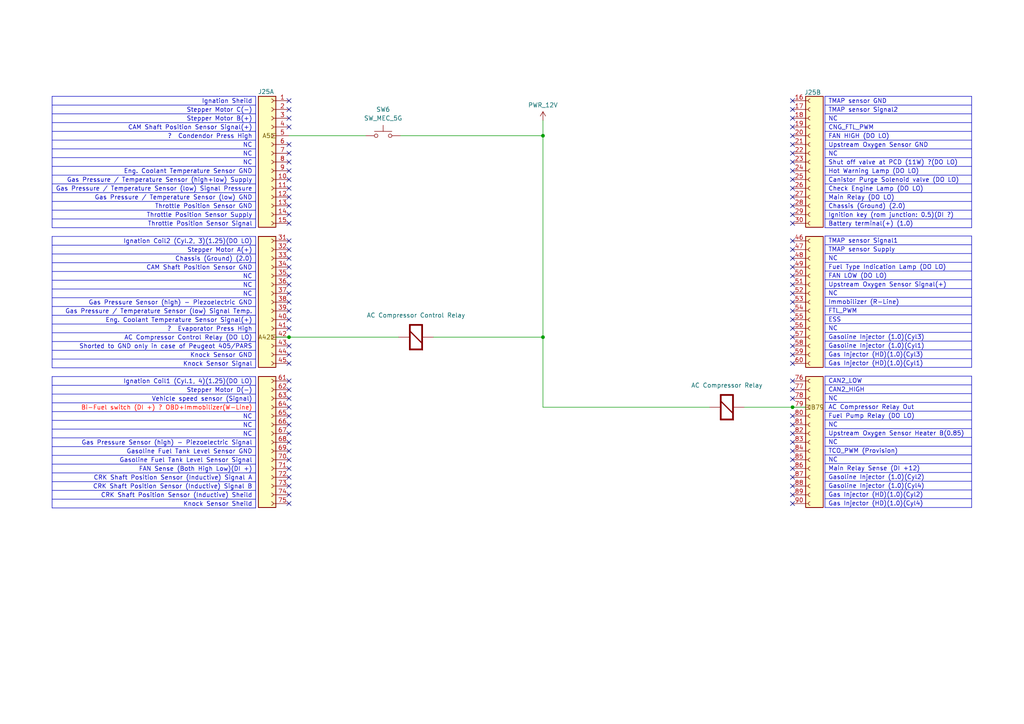
<source format=kicad_sch>
(kicad_sch (version 20250114) (generator "eeschema") (generator_version "9.0")
  (paper "A4")
  (lib_symbols
    (symbol "Elektuur_1:Re" (pin_numbers (hide yes)) (pin_names (offset 0) (hide yes))
      (property "Reference" "Re" (at 0.635 3.175 0))
      (property "Value" "Re" (at 0.635 -3.175 0))
      (symbol "Re_1_0"
        (pin passive line (at 0 5.08 270) (length 3.175) (name "+") (number "1"))
        (pin passive line (at 0 -5.08 90) (length 3.175) (name "-") (number "2"))
      )
      (symbol "Re_1_1"
        (polyline (pts (xy -3.683 -1.905) (xy 3.683 -1.905) (xy 3.683 1.905) (xy -3.683 1.905) (xy -3.683 -1.905) (xy -3.429 -1.651) (xy -3.429 1.651) (xy 3.429 1.651) (xy 3.429 -1.651) (xy -3.429 -1.651) (xy -3.683 -1.905)) (stroke (width 0.254)) (fill (type outline)))
        (polyline (pts (xy -1.778 -1.778) (xy 1.778 1.778)) (stroke (width 0.3556)))
      )
      (symbol "Re_1_2"
        (polyline (pts (xy -3.683 -1.905) (xy 3.683 -1.905) (xy 3.683 1.905) (xy -3.683 1.905) (xy -3.683 -1.905) (xy -3.429 -1.651) (xy -3.429 1.651) (xy 3.429 1.651) (xy 3.429 -1.651) (xy -3.429 -1.651) (xy -3.683 -1.905)) (stroke (width 0.254)) (fill (type outline)))
      )
    )
    (symbol "Switch:SW_MEC_5G" (pin_numbers (hide yes)) (pin_names (offset 1.016) (hide yes))
      (property "Reference" "SW" (at 1.27 2.54 0))
      (property "Value" "SW_MEC_5G" (at 0 -1.524 0))
      (symbol "SW_MEC_5G_0_1"
        (circle (center -2.032 0) (radius 0.508))
        (polyline (pts (xy 0 1.27) (xy 0 3.048)))
        (circle (center 2.032 0) (radius 0.508))
        (polyline (pts (xy 2.54 1.27) (xy -2.54 1.27)))
        (pin passive line (at -5.08 0 0) (length 2.54) (name "A") (number "1"))
        (pin passive line (at 5.08 0 180) (length 2.54) (name "B") (number "3"))
      )
      (symbol "SW_MEC_5G_1_1"
        (pin passive line (at -5.08 0 0) (length 2.54) (hide yes) (name "A") (number "2"))
        (pin passive line (at 5.08 0 180) (length 2.54) (hide yes) (name "B") (number "4"))
      )
    )
    (symbol "fab:PWR_12V" (power) (pin_names (offset 0))
      (property "Value" "PWR_12V" (at 0 3.556 0))
      (symbol "PWR_12V_0_1"
        (polyline (pts (xy -0.762 1.27) (xy 0 2.54)))
        (polyline (pts (xy 0 2.54) (xy 0.762 1.27)))
        (polyline (pts (xy 0 0) (xy 0 2.54)))
      )
      (symbol "PWR_12V_1_1"
        (pin power_in line (at 0 0 90) (length 0) (hide yes) (name "PWR_12V") (number "1"))
      )
    )
    (symbol "sicma_socket:Conn_01x90_3Row_Socket" (pin_names (offset 1.016) (hide yes))
      (property "Reference" "J" (at 1.524 60.833 0))
      (property "Value" "Conn_01x90_3Row_Socket" (at 1.397 -61.214 0))
      (symbol "Conn_01x90_3Row_Socket_1_1"
        (rectangle (start -0.508 59.69) (end 4.572 21.717) (stroke (width 0.254)) (fill (type background)))
        (polyline (pts (xy -0.508 58.42) (xy 0.254 58.42)) (stroke (width 0.1524)))
        (polyline (pts (xy -0.508 55.88) (xy 0.254 55.88)) (stroke (width 0.1524)))
        (polyline (pts (xy -0.508 53.34) (xy 0.254 53.34)) (stroke (width 0.1524)))
        (polyline (pts (xy -0.508 50.8) (xy 0.254 50.8)) (stroke (width 0.1524)))
        (polyline (pts (xy -0.508 48.26) (xy 0.254 48.26)) (stroke (width 0.1524)))
        (polyline (pts (xy -0.508 45.72) (xy 0.254 45.72)) (stroke (width 0.1524)))
        (polyline (pts (xy -0.508 43.18) (xy 0.254 43.18)) (stroke (width 0.1524)))
        (polyline (pts (xy -0.508 40.64) (xy 0.254 40.64)) (stroke (width 0.1524)))
        (polyline (pts (xy -0.508 38.1) (xy 0.254 38.1)) (stroke (width 0.1524)))
        (polyline (pts (xy -0.508 35.56) (xy 0.254 35.56)) (stroke (width 0.1524)))
        (polyline (pts (xy -0.508 33.02) (xy 0.254 33.02)) (stroke (width 0.1524)))
        (polyline (pts (xy -0.508 30.48) (xy 0.254 30.48)) (stroke (width 0.1524)))
        (polyline (pts (xy -0.508 27.94) (xy 0.254 27.94)) (stroke (width 0.1524)))
        (polyline (pts (xy -0.508 25.4) (xy 0.254 25.4)) (stroke (width 0.1524)))
        (polyline (pts (xy -0.508 22.86) (xy 0.254 22.86)) (stroke (width 0.1524)))
        (rectangle (start -0.508 19.05) (end 4.572 -18.923) (stroke (width 0.254)) (fill (type background)))
        (polyline (pts (xy -0.508 17.78) (xy 0.254 17.78)) (stroke (width 0.1524)))
        (polyline (pts (xy -0.508 15.24) (xy 0.254 15.24)) (stroke (width 0.1524)))
        (polyline (pts (xy -0.508 12.7) (xy 0.254 12.7)) (stroke (width 0.1524)))
        (polyline (pts (xy -0.508 10.16) (xy 0.254 10.16)) (stroke (width 0.1524)))
        (polyline (pts (xy -0.508 7.62) (xy 0.254 7.62)) (stroke (width 0.1524)))
        (polyline (pts (xy -0.508 5.08) (xy 0.254 5.08)) (stroke (width 0.1524)))
        (polyline (pts (xy -0.508 2.54) (xy 0.254 2.54)) (stroke (width 0.1524)))
        (polyline (pts (xy -0.508 0) (xy 0.254 0)) (stroke (width 0.1524)))
        (polyline (pts (xy -0.508 -2.54) (xy 0.254 -2.54)) (stroke (width 0.1524)))
        (polyline (pts (xy -0.508 -5.08) (xy 0.254 -5.08)) (stroke (width 0.1524)))
        (polyline (pts (xy -0.508 -7.62) (xy 0.254 -7.62)) (stroke (width 0.1524)))
        (polyline (pts (xy -0.508 -10.16) (xy 0.254 -10.16)) (stroke (width 0.1524)))
        (polyline (pts (xy -0.508 -12.7) (xy 0.254 -12.7)) (stroke (width 0.1524)))
        (polyline (pts (xy -0.508 -15.24) (xy 0.254 -15.24)) (stroke (width 0.1524)))
        (polyline (pts (xy -0.508 -17.78) (xy 0.254 -17.78)) (stroke (width 0.1524)))
        (rectangle (start -0.508 -21.59) (end 4.572 -59.563) (stroke (width 0.254)) (fill (type background)))
        (polyline (pts (xy -0.508 -22.86) (xy 0.254 -22.86)) (stroke (width 0.1524)))
        (polyline (pts (xy -0.508 -25.4) (xy 0.254 -25.4)) (stroke (width 0.1524)))
        (polyline (pts (xy -0.508 -27.94) (xy 0.254 -27.94)) (stroke (width 0.1524)))
        (polyline (pts (xy -0.508 -30.48) (xy 0.254 -30.48)) (stroke (width 0.1524)))
        (polyline (pts (xy -0.508 -33.02) (xy 0.254 -33.02)) (stroke (width 0.1524)))
        (polyline (pts (xy -0.508 -35.56) (xy 0.254 -35.56)) (stroke (width 0.1524)))
        (polyline (pts (xy -0.508 -38.1) (xy 0.254 -38.1)) (stroke (width 0.1524)))
        (polyline (pts (xy -0.508 -40.64) (xy 0.254 -40.64)) (stroke (width 0.1524)))
        (polyline (pts (xy -0.508 -43.18) (xy 0.254 -43.18)) (stroke (width 0.1524)))
        (polyline (pts (xy -0.508 -45.72) (xy 0.254 -45.72)) (stroke (width 0.1524)))
        (polyline (pts (xy -0.508 -48.26) (xy 0.254 -48.26)) (stroke (width 0.1524)))
        (polyline (pts (xy -0.508 -50.8) (xy 0.254 -50.8)) (stroke (width 0.1524)))
        (polyline (pts (xy -0.508 -53.34) (xy 0.254 -53.34)) (stroke (width 0.1524)))
        (polyline (pts (xy -0.508 -55.88) (xy 0.254 -55.88)) (stroke (width 0.1524)))
        (polyline (pts (xy -0.508 -58.42) (xy 0.254 -58.42)) (stroke (width 0.1524)))
        (arc (start 0.762 57.912) (mid 0.2562 58.42) (end 0.762 58.928) (stroke (width 0.1524)))
        (arc (start 0.762 55.372) (mid 0.2562 55.88) (end 0.762 56.388) (stroke (width 0.1524)))
        (arc (start 0.762 52.832) (mid 0.2562 53.34) (end 0.762 53.848) (stroke (width 0.1524)))
        (arc (start 0.762 50.292) (mid 0.2562 50.8) (end 0.762 51.308) (stroke (width 0.1524)))
        (arc (start 0.762 47.752) (mid 0.2562 48.26) (end 0.762 48.768) (stroke (width 0.1524)))
        (arc (start 0.762 45.212) (mid 0.2562 45.72) (end 0.762 46.228) (stroke (width 0.1524)))
        (arc (start 0.762 42.672) (mid 0.2562 43.18) (end 0.762 43.688) (stroke (width 0.1524)))
        (arc (start 0.762 40.132) (mid 0.2562 40.64) (end 0.762 41.148) (stroke (width 0.1524)))
        (arc (start 0.762 37.592) (mid 0.2562 38.1) (end 0.762 38.608) (stroke (width 0.1524)))
        (arc (start 0.762 35.052) (mid 0.2562 35.56) (end 0.762 36.068) (stroke (width 0.1524)))
        (arc (start 0.762 32.512) (mid 0.2562 33.02) (end 0.762 33.528) (stroke (width 0.1524)))
        (arc (start 0.762 29.972) (mid 0.2562 30.48) (end 0.762 30.988) (stroke (width 0.1524)))
        (arc (start 0.762 27.432) (mid 0.2562 27.94) (end 0.762 28.448) (stroke (width 0.1524)))
        (arc (start 0.762 24.892) (mid 0.2562 25.4) (end 0.762 25.908) (stroke (width 0.1524)))
        (arc (start 0.762 22.352) (mid 0.2562 22.86) (end 0.762 23.368) (stroke (width 0.1524)))
        (arc (start 0.762 17.272) (mid 0.2562 17.78) (end 0.762 18.288) (stroke (width 0.1524)))
        (arc (start 0.762 14.732) (mid 0.2562 15.24) (end 0.762 15.748) (stroke (width 0.1524)))
        (arc (start 0.762 12.192) (mid 0.2562 12.7) (end 0.762 13.208) (stroke (width 0.1524)))
        (arc (start 0.762 9.652) (mid 0.2562 10.16) (end 0.762 10.668) (stroke (width 0.1524)))
        (arc (start 0.762 7.112) (mid 0.2562 7.62) (end 0.762 8.128) (stroke (width 0.1524)))
        (arc (start 0.762 4.572) (mid 0.2562 5.08) (end 0.762 5.588) (stroke (width 0.1524)))
        (arc (start 0.762 2.032) (mid 0.2562 2.54) (end 0.762 3.048) (stroke (width 0.1524)))
        (arc (start 0.762 -0.508) (mid 0.2562 0) (end 0.762 0.508) (stroke (width 0.1524)))
        (arc (start 0.762 -3.048) (mid 0.2562 -2.54) (end 0.762 -2.032) (stroke (width 0.1524)))
        (arc (start 0.762 -5.588) (mid 0.2562 -5.08) (end 0.762 -4.572) (stroke (width 0.1524)))
        (arc (start 0.762 -8.128) (mid 0.2562 -7.62) (end 0.762 -7.112) (stroke (width 0.1524)))
        (arc (start 0.762 -10.668) (mid 0.2562 -10.16) (end 0.762 -9.652) (stroke (width 0.1524)))
        (arc (start 0.762 -13.208) (mid 0.2562 -12.7) (end 0.762 -12.192) (stroke (width 0.1524)))
        (arc (start 0.762 -15.748) (mid 0.2562 -15.24) (end 0.762 -14.732) (stroke (width 0.1524)))
        (arc (start 0.762 -18.288) (mid 0.2562 -17.78) (end 0.762 -17.272) (stroke (width 0.1524)))
        (arc (start 0.762 -23.368) (mid 0.2562 -22.86) (end 0.762 -22.352) (stroke (width 0.1524)))
        (arc (start 0.762 -25.908) (mid 0.2562 -25.4) (end 0.762 -24.892) (stroke (width 0.1524)))
        (arc (start 0.762 -28.448) (mid 0.2562 -27.94) (end 0.762 -27.432) (stroke (width 0.1524)))
        (arc (start 0.762 -30.988) (mid 0.2562 -30.48) (end 0.762 -29.972) (stroke (width 0.1524)))
        (arc (start 0.762 -33.528) (mid 0.2562 -33.02) (end 0.762 -32.512) (stroke (width 0.1524)))
        (arc (start 0.762 -36.068) (mid 0.2562 -35.56) (end 0.762 -35.052) (stroke (width 0.1524)))
        (arc (start 0.762 -38.608) (mid 0.2562 -38.1) (end 0.762 -37.592) (stroke (width 0.1524)))
        (arc (start 0.762 -41.148) (mid 0.2562 -40.64) (end 0.762 -40.132) (stroke (width 0.1524)))
        (arc (start 0.762 -43.688) (mid 0.2562 -43.18) (end 0.762 -42.672) (stroke (width 0.1524)))
        (arc (start 0.762 -46.228) (mid 0.2562 -45.72) (end 0.762 -45.212) (stroke (width 0.1524)))
        (arc (start 0.762 -48.768) (mid 0.2562 -48.26) (end 0.762 -47.752) (stroke (width 0.1524)))
        (arc (start 0.762 -51.308) (mid 0.2562 -50.8) (end 0.762 -50.292) (stroke (width 0.1524)))
        (arc (start 0.762 -53.848) (mid 0.2562 -53.34) (end 0.762 -52.832) (stroke (width 0.1524)))
        (arc (start 0.762 -56.388) (mid 0.2562 -55.88) (end 0.762 -55.372) (stroke (width 0.1524)))
        (arc (start 0.762 -58.928) (mid 0.2562 -58.42) (end 0.762 -57.912) (stroke (width 0.1524)))
        (pin passive line (at -4.318 58.42 0) (length 3.81) (name "A1") (number "1"))
        (pin passive line (at -4.318 55.88 0) (length 3.81) (name "A2") (number "2"))
        (pin passive line (at -4.318 53.34 0) (length 3.81) (name "A3") (number "3"))
        (pin passive line (at -4.318 50.8 0) (length 3.81) (name "A4") (number "4"))
        (pin passive line (at -4.318 48.26 0) (length 3.81) (name "A5") (number "5"))
        (pin passive line (at -4.318 45.72 0) (length 3.81) (name "A6") (number "6"))
        (pin passive line (at -4.318 43.18 0) (length 3.81) (name "A7") (number "7"))
        (pin passive line (at -4.318 40.64 0) (length 3.81) (name "A8") (number "8"))
        (pin passive line (at -4.318 38.1 0) (length 3.81) (name "A9") (number "9"))
        (pin passive line (at -4.318 35.56 0) (length 3.81) (name "A10") (number "10"))
        (pin passive line (at -4.318 33.02 0) (length 3.81) (name "A11") (number "11"))
        (pin passive line (at -4.318 30.48 0) (length 3.81) (name "A12") (number "12"))
        (pin passive line (at -4.318 27.94 0) (length 3.81) (name "A13") (number "13"))
        (pin passive line (at -4.318 25.4 0) (length 3.81) (name "A14") (number "14"))
        (pin passive line (at -4.318 22.86 0) (length 3.81) (name "A15") (number "15"))
        (pin passive line (at -4.318 17.78 0) (length 3.81) (name "A31") (number "31"))
        (pin passive line (at -4.318 15.24 0) (length 3.81) (name "A32") (number "32"))
        (pin passive line (at -4.318 12.7 0) (length 3.81) (name "A33") (number "33"))
        (pin passive line (at -4.318 10.16 0) (length 3.81) (name "A34") (number "34"))
        (pin passive line (at -4.318 7.62 0) (length 3.81) (name "A35") (number "35"))
        (pin passive line (at -4.318 5.08 0) (length 3.81) (name "A36") (number "36"))
        (pin passive line (at -4.318 2.54 0) (length 3.81) (name "A37") (number "37"))
        (pin passive line (at -4.318 0 0) (length 3.81) (name "A38") (number "38"))
        (pin passive line (at -4.318 -2.54 0) (length 3.81) (name "A39") (number "39"))
        (pin passive line (at -4.318 -5.08 0) (length 3.81) (name "A40") (number "40"))
        (pin passive line (at -4.318 -7.62 0) (length 3.81) (name "A41") (number "41"))
        (pin passive line (at -4.318 -10.16 0) (length 3.81) (name "A42") (number "42"))
        (pin passive line (at -4.318 -12.7 0) (length 3.81) (name "A43") (number "43"))
        (pin passive line (at -4.318 -15.24 0) (length 3.81) (name "A44") (number "44"))
        (pin passive line (at -4.318 -17.78 0) (length 3.81) (name "A45") (number "45"))
        (pin passive line (at -4.318 -22.86 0) (length 3.81) (name "A61") (number "61"))
        (pin passive line (at -4.318 -25.4 0) (length 3.81) (name "A62") (number "62"))
        (pin passive line (at -4.318 -27.94 0) (length 3.81) (name "A63") (number "63"))
        (pin passive line (at -4.318 -30.48 0) (length 3.81) (name "A64") (number "64"))
        (pin passive line (at -4.318 -33.02 0) (length 3.81) (name "A65") (number "65"))
        (pin passive line (at -4.318 -35.56 0) (length 3.81) (name "A66") (number "66"))
        (pin passive line (at -4.318 -38.1 0) (length 3.81) (name "A67") (number "67"))
        (pin passive line (at -4.318 -40.64 0) (length 3.81) (name "A68") (number "68"))
        (pin passive line (at -4.318 -43.18 0) (length 3.81) (name "A69") (number "69"))
        (pin passive line (at -4.318 -45.72 0) (length 3.81) (name "A70") (number "70"))
        (pin passive line (at -4.318 -48.26 0) (length 3.81) (name "A71") (number "71"))
        (pin passive line (at -4.318 -50.8 0) (length 3.81) (name "A72") (number "72"))
        (pin passive line (at -4.318 -53.34 0) (length 3.81) (name "A73") (number "73"))
        (pin passive line (at -4.318 -55.88 0) (length 3.81) (name "A74") (number "74"))
        (pin passive line (at -4.318 -58.42 0) (length 3.81) (name "A75") (number "75"))
      )
      (symbol "Conn_01x90_3Row_Socket_2_1"
        (rectangle (start -0.508 59.69) (end 4.572 21.717) (stroke (width 0.254)) (fill (type background)))
        (polyline (pts (xy -0.508 58.42) (xy 0.254 58.42)) (stroke (width 0.1524)))
        (polyline (pts (xy -0.508 55.88) (xy 0.254 55.88)) (stroke (width 0.1524)))
        (polyline (pts (xy -0.508 53.34) (xy 0.254 53.34)) (stroke (width 0.1524)))
        (polyline (pts (xy -0.508 50.8) (xy 0.254 50.8)) (stroke (width 0.1524)))
        (polyline (pts (xy -0.508 48.26) (xy 0.254 48.26)) (stroke (width 0.1524)))
        (polyline (pts (xy -0.508 45.72) (xy 0.254 45.72)) (stroke (width 0.1524)))
        (polyline (pts (xy -0.508 43.18) (xy 0.254 43.18)) (stroke (width 0.1524)))
        (polyline (pts (xy -0.508 40.64) (xy 0.254 40.64)) (stroke (width 0.1524)))
        (polyline (pts (xy -0.508 38.1) (xy 0.254 38.1)) (stroke (width 0.1524)))
        (polyline (pts (xy -0.508 35.56) (xy 0.254 35.56)) (stroke (width 0.1524)))
        (polyline (pts (xy -0.508 33.02) (xy 0.254 33.02)) (stroke (width 0.1524)))
        (polyline (pts (xy -0.508 30.48) (xy 0.254 30.48)) (stroke (width 0.1524)))
        (polyline (pts (xy -0.508 27.94) (xy 0.254 27.94)) (stroke (width 0.1524)))
        (polyline (pts (xy -0.508 25.4) (xy 0.254 25.4)) (stroke (width 0.1524)))
        (polyline (pts (xy -0.508 22.86) (xy 0.254 22.86)) (stroke (width 0.1524)))
        (rectangle (start -0.508 19.05) (end 4.572 -18.923) (stroke (width 0.254)) (fill (type background)))
        (polyline (pts (xy -0.508 17.78) (xy 0.254 17.78)) (stroke (width 0.1524)))
        (polyline (pts (xy -0.508 15.24) (xy 0.254 15.24)) (stroke (width 0.1524)))
        (polyline (pts (xy -0.508 12.7) (xy 0.254 12.7)) (stroke (width 0.1524)))
        (polyline (pts (xy -0.508 10.16) (xy 0.254 10.16)) (stroke (width 0.1524)))
        (polyline (pts (xy -0.508 7.62) (xy 0.254 7.62)) (stroke (width 0.1524)))
        (polyline (pts (xy -0.508 5.08) (xy 0.254 5.08)) (stroke (width 0.1524)))
        (polyline (pts (xy -0.508 2.54) (xy 0.254 2.54)) (stroke (width 0.1524)))
        (polyline (pts (xy -0.508 0) (xy 0.254 0)) (stroke (width 0.1524)))
        (polyline (pts (xy -0.508 -2.54) (xy 0.254 -2.54)) (stroke (width 0.1524)))
        (polyline (pts (xy -0.508 -5.08) (xy 0.254 -5.08)) (stroke (width 0.1524)))
        (polyline (pts (xy -0.508 -7.62) (xy 0.254 -7.62)) (stroke (width 0.1524)))
        (polyline (pts (xy -0.508 -10.16) (xy 0.254 -10.16)) (stroke (width 0.1524)))
        (polyline (pts (xy -0.508 -12.7) (xy 0.254 -12.7)) (stroke (width 0.1524)))
        (polyline (pts (xy -0.508 -15.24) (xy 0.254 -15.24)) (stroke (width 0.1524)))
        (polyline (pts (xy -0.508 -17.78) (xy 0.254 -17.78)) (stroke (width 0.1524)))
        (rectangle (start -0.508 -21.59) (end 4.572 -59.563) (stroke (width 0.254)) (fill (type background)))
        (polyline (pts (xy -0.508 -22.86) (xy 0.254 -22.86)) (stroke (width 0.1524)))
        (polyline (pts (xy -0.508 -25.4) (xy 0.254 -25.4)) (stroke (width 0.1524)))
        (polyline (pts (xy -0.508 -27.94) (xy 0.254 -27.94)) (stroke (width 0.1524)))
        (polyline (pts (xy -0.508 -30.48) (xy 0.254 -30.48)) (stroke (width 0.1524)))
        (polyline (pts (xy -0.508 -33.02) (xy 0.254 -33.02)) (stroke (width 0.1524)))
        (polyline (pts (xy -0.508 -35.56) (xy 0.254 -35.56)) (stroke (width 0.1524)))
        (polyline (pts (xy -0.508 -38.1) (xy 0.254 -38.1)) (stroke (width 0.1524)))
        (polyline (pts (xy -0.508 -40.64) (xy 0.254 -40.64)) (stroke (width 0.1524)))
        (polyline (pts (xy -0.508 -43.18) (xy 0.254 -43.18)) (stroke (width 0.1524)))
        (polyline (pts (xy -0.508 -45.72) (xy 0.254 -45.72)) (stroke (width 0.1524)))
        (polyline (pts (xy -0.508 -48.26) (xy 0.254 -48.26)) (stroke (width 0.1524)))
        (polyline (pts (xy -0.508 -50.8) (xy 0.254 -50.8)) (stroke (width 0.1524)))
        (polyline (pts (xy -0.508 -53.34) (xy 0.254 -53.34)) (stroke (width 0.1524)))
        (polyline (pts (xy -0.508 -55.88) (xy 0.254 -55.88)) (stroke (width 0.1524)))
        (polyline (pts (xy -0.508 -58.42) (xy 0.254 -58.42)) (stroke (width 0.1524)))
        (arc (start 0.762 57.912) (mid 0.2562 58.42) (end 0.762 58.928) (stroke (width 0.1524)))
        (arc (start 0.762 55.372) (mid 0.2562 55.88) (end 0.762 56.388) (stroke (width 0.1524)))
        (arc (start 0.762 52.832) (mid 0.2562 53.34) (end 0.762 53.848) (stroke (width 0.1524)))
        (arc (start 0.762 50.292) (mid 0.2562 50.8) (end 0.762 51.308) (stroke (width 0.1524)))
        (arc (start 0.762 47.752) (mid 0.2562 48.26) (end 0.762 48.768) (stroke (width 0.1524)))
        (arc (start 0.762 45.212) (mid 0.2562 45.72) (end 0.762 46.228) (stroke (width 0.1524)))
        (arc (start 0.762 42.672) (mid 0.2562 43.18) (end 0.762 43.688) (stroke (width 0.1524)))
        (arc (start 0.762 40.132) (mid 0.2562 40.64) (end 0.762 41.148) (stroke (width 0.1524)))
        (arc (start 0.762 37.592) (mid 0.2562 38.1) (end 0.762 38.608) (stroke (width 0.1524)))
        (arc (start 0.762 35.052) (mid 0.2562 35.56) (end 0.762 36.068) (stroke (width 0.1524)))
        (arc (start 0.762 32.512) (mid 0.2562 33.02) (end 0.762 33.528) (stroke (width 0.1524)))
        (arc (start 0.762 29.972) (mid 0.2562 30.48) (end 0.762 30.988) (stroke (width 0.1524)))
        (arc (start 0.762 27.432) (mid 0.2562 27.94) (end 0.762 28.448) (stroke (width 0.1524)))
        (arc (start 0.762 24.892) (mid 0.2562 25.4) (end 0.762 25.908) (stroke (width 0.1524)))
        (arc (start 0.762 22.352) (mid 0.2562 22.86) (end 0.762 23.368) (stroke (width 0.1524)))
        (arc (start 0.762 17.272) (mid 0.2562 17.78) (end 0.762 18.288) (stroke (width 0.1524)))
        (arc (start 0.762 14.732) (mid 0.2562 15.24) (end 0.762 15.748) (stroke (width 0.1524)))
        (arc (start 0.762 12.192) (mid 0.2562 12.7) (end 0.762 13.208) (stroke (width 0.1524)))
        (arc (start 0.762 9.652) (mid 0.2562 10.16) (end 0.762 10.668) (stroke (width 0.1524)))
        (arc (start 0.762 7.112) (mid 0.2562 7.62) (end 0.762 8.128) (stroke (width 0.1524)))
        (arc (start 0.762 4.572) (mid 0.2562 5.08) (end 0.762 5.588) (stroke (width 0.1524)))
        (arc (start 0.762 2.032) (mid 0.2562 2.54) (end 0.762 3.048) (stroke (width 0.1524)))
        (arc (start 0.762 -0.508) (mid 0.2562 0) (end 0.762 0.508) (stroke (width 0.1524)))
        (arc (start 0.762 -3.048) (mid 0.2562 -2.54) (end 0.762 -2.032) (stroke (width 0.1524)))
        (arc (start 0.762 -5.588) (mid 0.2562 -5.08) (end 0.762 -4.572) (stroke (width 0.1524)))
        (arc (start 0.762 -8.128) (mid 0.2562 -7.62) (end 0.762 -7.112) (stroke (width 0.1524)))
        (arc (start 0.762 -10.668) (mid 0.2562 -10.16) (end 0.762 -9.652) (stroke (width 0.1524)))
        (arc (start 0.762 -13.208) (mid 0.2562 -12.7) (end 0.762 -12.192) (stroke (width 0.1524)))
        (arc (start 0.762 -15.748) (mid 0.2562 -15.24) (end 0.762 -14.732) (stroke (width 0.1524)))
        (arc (start 0.762 -18.288) (mid 0.2562 -17.78) (end 0.762 -17.272) (stroke (width 0.1524)))
        (arc (start 0.762 -23.368) (mid 0.2562 -22.86) (end 0.762 -22.352) (stroke (width 0.1524)))
        (arc (start 0.762 -25.908) (mid 0.2562 -25.4) (end 0.762 -24.892) (stroke (width 0.1524)))
        (arc (start 0.762 -28.448) (mid 0.2562 -27.94) (end 0.762 -27.432) (stroke (width 0.1524)))
        (arc (start 0.762 -30.988) (mid 0.2562 -30.48) (end 0.762 -29.972) (stroke (width 0.1524)))
        (arc (start 0.762 -33.528) (mid 0.2562 -33.02) (end 0.762 -32.512) (stroke (width 0.1524)))
        (arc (start 0.762 -36.068) (mid 0.2562 -35.56) (end 0.762 -35.052) (stroke (width 0.1524)))
        (arc (start 0.762 -38.608) (mid 0.2562 -38.1) (end 0.762 -37.592) (stroke (width 0.1524)))
        (arc (start 0.762 -41.148) (mid 0.2562 -40.64) (end 0.762 -40.132) (stroke (width 0.1524)))
        (arc (start 0.762 -43.688) (mid 0.2562 -43.18) (end 0.762 -42.672) (stroke (width 0.1524)))
        (arc (start 0.762 -46.228) (mid 0.2562 -45.72) (end 0.762 -45.212) (stroke (width 0.1524)))
        (arc (start 0.762 -48.768) (mid 0.2562 -48.26) (end 0.762 -47.752) (stroke (width 0.1524)))
        (arc (start 0.762 -51.308) (mid 0.2562 -50.8) (end 0.762 -50.292) (stroke (width 0.1524)))
        (arc (start 0.762 -53.848) (mid 0.2562 -53.34) (end 0.762 -52.832) (stroke (width 0.1524)))
        (arc (start 0.762 -56.388) (mid 0.2562 -55.88) (end 0.762 -55.372) (stroke (width 0.1524)))
        (arc (start 0.762 -58.928) (mid 0.2562 -58.42) (end 0.762 -57.912) (stroke (width 0.1524)))
        (pin passive line (at -4.318 58.42 0) (length 3.81) (name "B16") (number "16"))
        (pin passive line (at -4.318 55.88 0) (length 3.81) (name "B17") (number "17"))
        (pin passive line (at -4.318 53.34 0) (length 3.81) (name "B18") (number "18"))
        (pin passive line (at -4.318 50.8 0) (length 3.81) (name "B19") (number "19"))
        (pin passive line (at -4.318 48.26 0) (length 3.81) (name "B20") (number "20"))
        (pin passive line (at -4.318 45.72 0) (length 3.81) (name "B21") (number "21"))
        (pin passive line (at -4.318 43.18 0) (length 3.81) (name "B22") (number "22"))
        (pin passive line (at -4.318 40.64 0) (length 3.81) (name "B23") (number "23"))
        (pin passive line (at -4.318 38.1 0) (length 3.81) (name "B24") (number "24"))
        (pin passive line (at -4.318 35.56 0) (length 3.81) (name "B25") (number "25"))
        (pin passive line (at -4.318 33.02 0) (length 3.81) (name "B26") (number "26"))
        (pin passive line (at -4.318 30.48 0) (length 3.81) (name "B27") (number "27"))
        (pin passive line (at -4.318 27.94 0) (length 3.81) (name "B28") (number "28"))
        (pin passive line (at -4.318 25.4 0) (length 3.81) (name "B29") (number "29"))
        (pin passive line (at -4.318 22.86 0) (length 3.81) (name "B30") (number "30"))
        (pin passive line (at -4.318 17.78 0) (length 3.81) (name "B46") (number "46"))
        (pin passive line (at -4.318 15.24 0) (length 3.81) (name "B47") (number "47"))
        (pin passive line (at -4.318 12.7 0) (length 3.81) (name "B48") (number "48"))
        (pin passive line (at -4.318 10.16 0) (length 3.81) (name "B49") (number "49"))
        (pin passive line (at -4.318 7.62 0) (length 3.81) (name "B50") (number "50"))
        (pin passive line (at -4.318 5.08 0) (length 3.81) (name "B51") (number "51"))
        (pin passive line (at -4.318 2.54 0) (length 3.81) (name "B52") (number "52"))
        (pin passive line (at -4.318 0 0) (length 3.81) (name "B53") (number "53"))
        (pin passive line (at -4.318 -2.54 0) (length 3.81) (name "B54") (number "54"))
        (pin passive line (at -4.318 -5.08 0) (length 3.81) (name "B55") (number "55"))
        (pin passive line (at -4.318 -7.62 0) (length 3.81) (name "B56") (number "56"))
        (pin passive line (at -4.318 -10.16 0) (length 3.81) (name "B57") (number "57"))
        (pin passive line (at -4.318 -12.7 0) (length 3.81) (name "B58") (number "58"))
        (pin passive line (at -4.318 -15.24 0) (length 3.81) (name "B59") (number "59"))
        (pin passive line (at -4.318 -17.78 0) (length 3.81) (name "B60") (number "60"))
        (pin passive line (at -4.318 -22.86 0) (length 3.81) (name "B76") (number "76"))
        (pin passive line (at -4.318 -25.4 0) (length 3.81) (name "B77") (number "77"))
        (pin passive line (at -4.318 -27.94 0) (length 3.81) (name "B78") (number "78"))
        (pin passive line (at -4.318 -30.48 0) (length 3.81) (name "B79") (number "79"))
        (pin passive line (at -4.318 -33.02 0) (length 3.81) (name "B80") (number "80"))
        (pin passive line (at -4.318 -35.56 0) (length 3.81) (name "B81") (number "81"))
        (pin passive line (at -4.318 -38.1 0) (length 3.81) (name "B82") (number "82"))
        (pin passive line (at -4.318 -40.64 0) (length 3.81) (name "B83") (number "83"))
        (pin passive line (at -4.318 -43.18 0) (length 3.81) (name "B84") (number "84"))
        (pin passive line (at -4.318 -45.72 0) (length 3.81) (name "B85") (number "85"))
        (pin passive line (at -4.318 -48.26 0) (length 3.81) (name "B86") (number "86"))
        (pin passive line (at -4.318 -50.8 0) (length 3.81) (name "B87") (number "87"))
        (pin passive line (at -4.318 -53.34 0) (length 3.81) (name "B88") (number "88"))
        (pin passive line (at -4.318 -55.88 0) (length 3.81) (name "B89") (number "89"))
        (pin passive line (at -4.318 -58.42 0) (length 3.81) (name "B90") (number "90"))
      )
    )
  )
  (junction (at 157.48 97.79))
  (junction (at 83.82 97.79))
  (junction (at 229.87 118.11))
  (junction (at 157.48 39.37))
  (no_connect (at 83.82 130.81))
  (no_connect (at 229.87 29.21))
  (no_connect (at 229.87 80.01))
  (no_connect (at 229.87 82.55))
  (no_connect (at 83.82 138.43))
  (no_connect (at 83.82 62.23))
  (no_connect (at 229.87 92.71))
  (no_connect (at 229.87 57.15))
  (no_connect (at 83.82 36.83))
  (no_connect (at 229.87 105.41))
  (no_connect (at 229.87 128.27))
  (no_connect (at 229.87 31.75))
  (no_connect (at 229.87 64.77))
  (no_connect (at 83.82 90.17))
  (no_connect (at 229.87 36.83))
  (no_connect (at 83.82 95.25))
  (no_connect (at 83.82 125.73))
  (no_connect (at 83.82 34.29))
  (no_connect (at 229.87 90.17))
  (no_connect (at 229.87 85.09))
  (no_connect (at 229.87 34.29))
  (no_connect (at 83.82 87.63))
  (no_connect (at 229.87 120.65))
  (no_connect (at 83.82 31.75))
  (no_connect (at 83.82 52.07))
  (no_connect (at 83.82 92.71))
  (no_connect (at 83.82 44.45))
  (no_connect (at 229.87 113.03))
  (no_connect (at 229.87 138.43))
  (no_connect (at 83.82 118.11))
  (no_connect (at 83.82 115.57))
  (no_connect (at 229.87 146.05))
  (no_connect (at 229.87 39.37))
  (no_connect (at 229.87 143.51))
  (no_connect (at 83.82 100.33))
  (no_connect (at 83.82 29.21))
  (no_connect (at 83.82 105.41))
  (no_connect (at 83.82 123.19))
  (no_connect (at 83.82 120.65))
  (no_connect (at 83.82 140.97))
  (no_connect (at 83.82 54.61))
  (no_connect (at 83.82 85.09))
  (no_connect (at 229.87 62.23))
  (no_connect (at 83.82 74.93))
  (no_connect (at 229.87 41.91))
  (no_connect (at 229.87 102.87))
  (no_connect (at 83.82 69.85))
  (no_connect (at 229.87 74.93))
  (no_connect (at 229.87 130.81))
  (no_connect (at 229.87 140.97))
  (no_connect (at 229.87 97.79))
  (no_connect (at 229.87 135.89))
  (no_connect (at 83.82 77.47))
  (no_connect (at 229.87 87.63))
  (no_connect (at 229.87 49.53))
  (no_connect (at 229.87 95.25))
  (no_connect (at 83.82 82.55))
  (no_connect (at 83.82 143.51))
  (no_connect (at 229.87 54.61))
  (no_connect (at 83.82 64.77))
  (no_connect (at 229.87 44.45))
  (no_connect (at 229.87 69.85))
  (no_connect (at 229.87 46.99))
  (no_connect (at 83.82 46.99))
  (no_connect (at 83.82 110.49))
  (no_connect (at 83.82 59.69))
  (no_connect (at 229.87 125.73))
  (no_connect (at 229.87 133.35))
  (no_connect (at 83.82 128.27))
  (no_connect (at 229.87 123.19))
  (no_connect (at 83.82 72.39))
  (no_connect (at 229.87 52.07))
  (no_connect (at 229.87 115.57))
  (no_connect (at 83.82 57.15))
  (no_connect (at 229.87 77.47))
  (no_connect (at 83.82 102.87))
  (no_connect (at 83.82 133.35))
  (no_connect (at 229.87 110.49))
  (no_connect (at 83.82 41.91))
  (no_connect (at 229.87 100.33))
  (no_connect (at 83.82 146.05))
  (no_connect (at 83.82 113.03))
  (no_connect (at 229.87 59.69))
  (no_connect (at 83.82 135.89))
  (no_connect (at 83.82 80.01))
  (no_connect (at 83.82 49.53))
  (no_connect (at 229.87 72.39))
  (wire (pts (xy 83.82 97.79) (xy 115.57 97.79)))
  (wire (pts (xy 157.48 97.79) (xy 157.48 118.11)))
  (wire (pts (xy 157.48 39.37) (xy 157.48 97.79)))
  (wire (pts (xy 125.73 97.79) (xy 157.48 97.79)))
  (wire (pts (xy 83.82 39.37) (xy 106.045 39.37)))
  (wire (pts (xy 157.48 34.925) (xy 157.48 39.37)))
  (wire (pts (xy 229.87 118.11) (xy 233.68 118.11)))
  (wire (pts (xy 215.9 118.11) (xy 229.87 118.11)))
  (wire (pts (xy 205.74 118.11) (xy 157.48 118.11)))
  (wire (pts (xy 116.205 39.37) (xy 157.48 39.37)))
  (wire (pts (xy 80.01 97.79) (xy 83.82 97.79)))
  (table (column_count 1) (border (external yes) (header no)) (separators (rows yes) (cols no)) (column_widths 59.055) (row_heights 2.54 2.54 2.54 2.54 2.54 2.54 2.54 2.54 2.54 2.54 2.54 2.54 2.54 2.54 2.54) (cells (table_cell "Ignation Sheild" (at 15.113 27.94 0) (size 59.055 2.54) (margins 0.9525 0.9525 0.9525 0.9525) (span 1 1)) (table_cell "Stepper Motor C(-)" (at 15.113 30.48 0) (size 59.055 2.54) (margins 0.9525 0.9525 0.9525 0.9525) (span 1 1)) (table_cell "Stepper Motor B(+)" (at 15.113 33.02 0) (size 59.055 2.54) (margins 0.9525 0.9525 0.9525 0.9525) (span 1 1)) (table_cell "CAM Shaft Position Sensor Signal(+)" (at 15.113 35.56 0) (size 59.055 2.54) (margins 0.9525 0.9525 0.9525 0.9525) (span 1 1)) (table_cell "?  Condendor Press High" (at 15.113 38.1 0) (size 59.055 2.54) (margins 0.9525 0.9525 0.9525 0.9525) (span 1 1)) (table_cell "NC" (at 15.113 40.64 0) (size 59.055 2.54) (margins 0.9525 0.9525 0.9525 0.9525) (span 1 1)) (table_cell "NC" (at 15.113 43.18 0) (size 59.055 2.54) (margins 0.9525 0.9525 0.9525 0.9525) (span 1 1)) (table_cell "NC" (at 15.113 45.72 0) (size 59.055 2.54) (margins 0.9525 0.9525 0.9525 0.9525) (span 1 1)) (table_cell "Eng. Coolant Temperature Sensor GND" (at 15.113 48.26 0) (size 59.055 2.54) (margins 0.9525 0.9525 0.9525 0.9525) (span 1 1)) (table_cell "Gas Pressure / Temperature Sensor (high+low) Supply" (at 15.113 50.8 0) (size 59.055 2.54) (margins 0.9525 0.9525 0.9525 0.9525) (span 1 1)) (table_cell "Gas Pressure / Temperature Sensor (low) Signal Pressure" (at 15.113 53.34 0) (size 59.055 2.54) (margins 0.9525 0.9525 0.9525 0.9525) (span 1 1)) (table_cell "Gas Pressure / Temperature Sensor (low) GND" (at 15.113 55.88 0) (size 59.055 2.54) (margins 0.9525 0.9525 0.9525 0.9525) (span 1 1)) (table_cell "Throttle Position Sensor GND" (at 15.113 58.42 0) (size 59.055 2.54) (margins 0.9525 0.9525 0.9525 0.9525) (span 1 1)) (table_cell "Throttle Position Sensor Supply" (at 15.113 60.96 0) (size 59.055 2.54) (margins 0.9525 0.9525 0.9525 0.9525) (span 1 1)) (table_cell "Throttle Position Sensor Signal" (at 15.113 63.5 0) (size 59.055 2.54) (margins 0.9525 0.9525 0.9525 0.9525) (span 1 1))))
  (table (column_count 1) (border (external yes) (header yes)) (separators (rows yes) (cols yes)) (column_widths 59.055) (row_heights 2.54 2.54 2.54 2.54 2.54 2.54 2.54 2.54 2.54 2.54 2.54 2.54 2.54 2.54 2.54) (cells (table_cell "Ignation Coil2 (Cyl.2, 3)(1.25)(DO LO)" (at 15.113 68.58 0) (size 59.055 2.54) (margins 0.9525 0.9525 0.9525 0.9525) (span 1 1)) (table_cell "Stepper Motor A(+)" (at 15.113 71.12 0) (size 59.055 2.54) (margins 0.9525 0.9525 0.9525 0.9525) (span 1 1)) (table_cell "Chassis (Ground) (2.0)" (at 15.113 73.66 0) (size 59.055 2.54) (margins 0.9525 0.9525 0.9525 0.9525) (span 1 1)) (table_cell "CAM Shaft Position Sensor GND" (at 15.113 76.2 0) (size 59.055 2.54) (margins 0.9525 0.9525 0.9525 0.9525) (span 1 1)) (table_cell "NC" (at 15.113 78.74 0) (size 59.055 2.54) (margins 0.9525 0.9525 0.9525 0.9525) (span 1 1)) (table_cell "NC" (at 15.113 81.28 0) (size 59.055 2.54) (margins 0.9525 0.9525 0.9525 0.9525) (span 1 1)) (table_cell "NC" (at 15.113 83.82 0) (size 59.055 2.54) (margins 0.9525 0.9525 0.9525 0.9525) (span 1 1)) (table_cell "Gas Pressure Sensor (high) - Piezoelectric GND" (at 15.113 86.36 0) (size 59.055 2.54) (margins 0.9525 0.9525 0.9525 0.9525) (span 1 1)) (table_cell "Gas Pressure / Temperature Sensor (low) Signal Temp." (at 15.113 88.9 0) (size 59.055 2.54) (margins 0.9525 0.9525 0.9525 0.9525) (span 1 1)) (table_cell "Eng. Coolant Temperature Sensor Signal(+)" (at 15.113 91.44 0) (size 59.055 2.54) (margins 0.9525 0.9525 0.9525 0.9525) (span 1 1)) (table_cell "?  Evaporator Press High" (at 15.113 93.98 0) (size 59.055 2.54) (margins 0.9525 0.9525 0.9525 0.9525) (span 1 1)) (table_cell "AC Compressor Control Relay (DO LO)" (at 15.113 96.52 0) (size 59.055 2.54) (margins 0.9525 0.9525 0.9525 0.9525) (span 1 1)) (table_cell "Shorted to GND only in case of Peugeot 405/PARS" (at 15.113 99.06 0) (size 59.055 2.54) (margins 0.9525 0.9525 0.9525 0.9525) (span 1 1)) (table_cell "Knock Sensor GND" (at 15.113 101.6 0) (size 59.055 2.54) (margins 0.9525 0.9525 0.9525 0.9525) (span 1 1)) (table_cell "Knock Sensor Signal" (at 15.113 104.14 0) (size 59.055 2.54) (margins 0.9525 0.9525 0.9525 0.9525) (span 1 1))))
  (table (column_count 1) (border (external yes) (header yes)) (separators (rows yes) (cols yes)) (column_widths 59.055) (row_heights 2.54 2.54 2.54 2.54 2.54 2.54 2.54 2.54 2.54 2.54 2.54 2.54 2.54 2.54 2.54) (cells (table_cell "Ignation Coil1 (Cyl.1, 4)(1.25)(DO LO)" (at 15.113 109.22 0) (size 59.055 2.54) (margins 0.9525 0.9525 0.9525 0.9525) (span 1 1)) (table_cell "Stepper Motor D(-)" (at 15.113 111.76 0) (size 59.055 2.54) (margins 0.9525 0.9525 0.9525 0.9525) (span 1 1)) (table_cell "Vehicle speed sensor (Signal)" (at 15.113 114.3 0) (size 59.055 2.54) (margins 0.9525 0.9525 0.9525 0.9525) (span 1 1)) (table_cell "Bi-Fuel switch (DI +) ? OBD+Immobilizer(W-Line)" (at 15.113 116.84 0) (size 59.055 2.54) (margins 0.9525 0.9525 0.9525 0.9525) (span 1 1)) (table_cell "NC" (at 15.113 119.38 0) (size 59.055 2.54) (margins 0.9525 0.9525 0.9525 0.9525) (span 1 1)) (table_cell "NC" (at 15.113 121.92 0) (size 59.055 2.54) (margins 0.9525 0.9525 0.9525 0.9525) (span 1 1)) (table_cell "NC" (at 15.113 124.46 0) (size 59.055 2.54) (margins 0.9525 0.9525 0.9525 0.9525) (span 1 1)) (table_cell "Gas Pressure Sensor (high) - Piezoelectric Signal" (at 15.113 127 0) (size 59.055 2.54) (margins 0.9525 0.9525 0.9525 0.9525) (span 1 1)) (table_cell "Gasoline Fuel Tank Level Sensor GND" (at 15.113 129.54 0) (size 59.055 2.54) (margins 0.9525 0.9525 0.9525 0.9525) (span 1 1)) (table_cell "Gasoline Fuel Tank Level Sensor Signal" (at 15.113 132.08 0) (size 59.055 2.54) (margins 0.9525 0.9525 0.9525 0.9525) (span 1 1)) (table_cell "FAN Sense (Both High Low)(DI +)" (at 15.113 134.62 0) (size 59.055 2.54) (margins 0.9525 0.9525 0.9525 0.9525) (span 1 1)) (table_cell "CRK Shaft Position Sensor (Inductive) Signal A" (at 15.113 137.16 0) (size 59.055 2.54) (margins 0.9525 0.9525 0.9525 0.9525) (span 1 1)) (table_cell "CRK Shaft Position Sensor (Inductive) Signal B" (at 15.113 139.7 0) (size 59.055 2.54) (margins 0.9525 0.9525 0.9525 0.9525) (span 1 1)) (table_cell "CRK Shaft Position Sensor (Inductive) Sheild" (at 15.113 142.24 0) (size 59.055 2.54) (margins 0.9525 0.9525 0.9525 0.9525) (span 1 1)) (table_cell "Knock Sensor Sheild" (at 15.113 144.78 0) (size 59.055 2.54) (margins 0.9525 0.9525 0.9525 0.9525) (span 1 1))))
  (table (column_count 1) (border (external yes) (header yes)) (separators (rows yes) (cols yes)) (column_widths 42.545) (row_heights 2.54 2.54 2.54 2.54 2.54 2.54 2.54 2.54 2.54 2.54 2.54 2.54 2.54 2.54 2.54) (cells (table_cell "TMAP sensor GND" (at 239.268 27.94 0) (size 42.545 2.54) (margins 0.9525 0.9525 0.9525 0.9525) (span 1 1)) (table_cell "TMAP sensor Signal2" (at 239.268 30.48 0) (size 42.545 2.54) (margins 0.9525 0.9525 0.9525 0.9525) (span 1 1)) (table_cell "NC" (at 239.268 33.02 0) (size 42.545 2.54) (margins 0.9525 0.9525 0.9525 0.9525) (span 1 1)) (table_cell "CNG_FTL_PWM" (at 239.268 35.56 0) (size 42.545 2.54) (margins 0.9525 0.9525 0.9525 0.9525) (span 1 1)) (table_cell "FAN HIGH (DO LO)" (at 239.268 38.1 0) (size 42.545 2.54) (margins 0.9525 0.9525 0.9525 0.9525) (span 1 1)) (table_cell "Upstream Oxygen Sensor GND" (at 239.268 40.64 0) (size 42.545 2.54) (margins 0.9525 0.9525 0.9525 0.9525) (span 1 1)) (table_cell "NC" (at 239.268 43.18 0) (size 42.545 2.54) (margins 0.9525 0.9525 0.9525 0.9525) (span 1 1)) (table_cell "Shut off valve at PCD (11W) ?(DO LO)" (at 239.268 45.72 0) (size 42.545 2.54) (margins 0.9525 0.9525 0.9525 0.9525) (span 1 1)) (table_cell "Hot Warning Lamp (DO LO)" (at 239.268 48.26 0) (size 42.545 2.54) (margins 0.9525 0.9525 0.9525 0.9525) (span 1 1)) (table_cell "Canistor Purge Solenoid valve (DO LO)" (at 239.268 50.8 0) (size 42.545 2.54) (margins 0.9525 0.9525 0.9525 0.9525) (span 1 1)) (table_cell "Check Engine Lamp (DO LO)" (at 239.268 53.34 0) (size 42.545 2.54) (margins 0.9525 0.9525 0.9525 0.9525) (span 1 1)) (table_cell "Main Relay (DO LO)" (at 239.268 55.88 0) (size 42.545 2.54) (margins 0.9525 0.9525 0.9525 0.9525) (span 1 1)) (table_cell "Chassis (Ground) (2.0)" (at 239.268 58.42 0) (size 42.545 2.54) (margins 0.9525 0.9525 0.9525 0.9525) (span 1 1)) (table_cell "Ignition key (rom junction: 0.5)(DI ?)" (at 239.268 60.96 0) (size 42.545 2.54) (margins 0.9525 0.9525 0.9525 0.9525) (span 1 1)) (table_cell "Battery terminal(+) (1.0)" (at 239.268 63.5 0) (size 42.545 2.54) (margins 0.9525 0.9525 0.9525 0.9525) (span 1 1))))
  (table (column_count 1) (border (external yes) (header yes)) (separators (rows yes) (cols yes)) (column_widths 42.545) (row_heights 2.54 2.54 2.54 2.54 2.54 2.54 2.54 2.54 2.54 2.54 2.54 2.54 2.54 2.54 2.54) (cells (table_cell "CAN2_LOW" (at 239.268 109.093 0) (size 42.545 2.54) (margins 0.9525 0.9525 0.9525 0.9525) (span 1 1)) (table_cell "CAN2_HIGH" (at 239.268 111.633 0) (size 42.545 2.54) (margins 0.9525 0.9525 0.9525 0.9525) (span 1 1)) (table_cell "NC" (at 239.268 114.173 0) (size 42.545 2.54) (margins 0.9525 0.9525 0.9525 0.9525) (span 1 1)) (table_cell "AC Compressor Relay Out" (at 239.268 116.713 0) (size 42.545 2.54) (margins 0.9525 0.9525 0.9525 0.9525) (span 1 1)) (table_cell "Fuel Pump Relay (DO LO)" (at 239.268 119.253 0) (size 42.545 2.54) (margins 0.9525 0.9525 0.9525 0.9525) (span 1 1)) (table_cell "NC" (at 239.268 121.793 0) (size 42.545 2.54) (margins 0.9525 0.9525 0.9525 0.9525) (span 1 1)) (table_cell "Upstream Oxygen Sensor Heater B(0.85)" (at 239.268 124.333 0) (size 42.545 2.54) (margins 0.9525 0.9525 0.9525 0.9525) (span 1 1)) (table_cell "NC" (at 239.268 126.873 0) (size 42.545 2.54) (margins 0.9525 0.9525 0.9525 0.9525) (span 1 1)) (table_cell "TCO_PWM (Provision)" (at 239.268 129.413 0) (size 42.545 2.54) (margins 0.9525 0.9525 0.9525 0.9525) (span 1 1)) (table_cell "NC" (at 239.268 131.953 0) (size 42.545 2.54) (margins 0.9525 0.9525 0.9525 0.9525) (span 1 1)) (table_cell "Main Relay Sense (DI +12)" (at 239.268 134.493 0) (size 42.545 2.54) (margins 0.9525 0.9525 0.9525 0.9525) (span 1 1)) (table_cell "Gasoline Injector (1.0)(Cyl2)" (at 239.268 137.033 0) (size 42.545 2.54) (margins 0.9525 0.9525 0.9525 0.9525) (span 1 1)) (table_cell "Gasoline Injector (1.0)(Cyl4)" (at 239.268 139.573 0) (size 42.545 2.54) (margins 0.9525 0.9525 0.9525 0.9525) (span 1 1)) (table_cell "Gas Injector (HD)(1.0)(Cyl2)" (at 239.268 142.113 0) (size 42.545 2.54) (margins 0.9525 0.9525 0.9525 0.9525) (span 1 1)) (table_cell "Gas Injector (HD)(1.0)(Cyl4)" (at 239.268 144.653 0) (size 42.545 2.54) (margins 0.9525 0.9525 0.9525 0.9525) (span 1 1))))
  (table (column_count 1) (border (external yes) (header yes)) (separators (rows yes) (cols yes)) (column_widths 42.545) (row_heights 2.54 2.54 2.54 2.54 2.54 2.54 2.54 2.54 2.54 2.54 2.54 2.54 2.54 2.54 2.54) (cells (table_cell "TMAP sensor Signal1" (at 239.268 68.453 0) (size 42.545 2.54) (margins 0.9525 0.9525 0.9525 0.9525) (span 1 1)) (table_cell "TMAP sensor Supply" (at 239.268 70.993 0) (size 42.545 2.54) (margins 0.9525 0.9525 0.9525 0.9525) (span 1 1)) (table_cell "NC" (at 239.268 73.533 0) (size 42.545 2.54) (margins 0.9525 0.9525 0.9525 0.9525) (span 1 1)) (table_cell "Fuel Type Indication Lamp (DO LO)" (at 239.268 76.073 0) (size 42.545 2.54) (margins 0.9525 0.9525 0.9525 0.9525) (span 1 1)) (table_cell "FAN LOW (DO LO)" (at 239.268 78.613 0) (size 42.545 2.54) (margins 0.9525 0.9525 0.9525 0.9525) (span 1 1)) (table_cell "Upstream Oxygen Sensor Signal(+)" (at 239.268 81.153 0) (size 42.545 2.54) (margins 0.9525 0.9525 0.9525 0.9525) (span 1 1)) (table_cell "NC" (at 239.268 83.693 0) (size 42.545 2.54) (margins 0.9525 0.9525 0.9525 0.9525) (span 1 1)) (table_cell "Immobilizer (R-Line)" (at 239.268 86.233 0) (size 42.545 2.54) (margins 0.9525 0.9525 0.9525 0.9525) (span 1 1)) (table_cell "FTL_PWM" (at 239.268 88.773 0) (size 42.545 2.54) (margins 0.9525 0.9525 0.9525 0.9525) (span 1 1)) (table_cell "ESS" (at 239.268 91.313 0) (size 42.545 2.54) (margins 0.9525 0.9525 0.9525 0.9525) (span 1 1)) (table_cell "NC" (at 239.268 93.853 0) (size 42.545 2.54) (margins 0.9525 0.9525 0.9525 0.9525) (span 1 1)) (table_cell "Gasoline Injector (1.0)(Cyl3)" (at 239.268 96.393 0) (size 42.545 2.54) (margins 0.9525 0.9525 0.9525 0.9525) (span 1 1)) (table_cell "Gasoline Injector (1.0)(Cyl1)" (at 239.268 98.933 0) (size 42.545 2.54) (margins 0.9525 0.9525 0.9525 0.9525) (span 1 1)) (table_cell "Gas Injector (HD)(1.0)(Cyl3)" (at 239.268 101.473 0) (size 42.545 2.54) (margins 0.9525 0.9525 0.9525 0.9525) (span 1 1)) (table_cell "Gas Injector (HD)(1.0)(Cyl1)" (at 239.268 104.013 0) (size 42.545 2.54) (margins 0.9525 0.9525 0.9525 0.9525) (span 1 1))))
  (hierarchical_label "A5" (shape passive) (at 80.01 39.37 180))
  (hierarchical_label "A42" (shape passive) (at 80.01 97.79 180))
  (hierarchical_label "B79" (shape passive) (at 233.68 118.11 0))
  (symbol (lib_id "sicma_socket:Conn_01x90_3Row_Socket") (at 234.188 87.63 0) (unit 2)
    (property "Reference" "J25" (at 235.712 26.797 0))
    (property "Value" "Conn_01x90_3Row_Socket" (effects (hide yes)))
    (property "Description" "\"Duble connector, triple row, 03x30, unit letter first pin numbering scheme (pin number form 1 to 90\"" (effects (hide yes)))
  )
  (symbol (lib_id "Elektuur_1:Re") (at 210.82 118.11 90) (unit 1) (in_bom no) (on_board no)
    (property "Reference" "Re14" (effects (hide yes)))
    (property "Value" "AC Compressor Relay" (at 210.8199 111.76 90))
    (property "Description" "operating/relay device/coil; electromagnetic actuator (solenoid)" (effects (hide yes)))
    (property "Sim.Pins" "1=1 2=2" (effects (hide yes)))
    (property "Sim.Device" "SPICE" (effects (hide yes)))
    (property "Sim.Params" "X" (effects (hide yes)))
    (property "Indicator" "+" (effects (hide yes)))
    (property "Rating" "V/Ω" (effects (hide yes)))
  )
  (symbol (lib_id "Switch:SW_MEC_5G") (at 111.125 39.37 0) (unit 1)
    (property "Reference" "SW6" (at 111.125 31.75 0))
    (property "Value" "SW_MEC_5G" (at 111.125 34.29 0))
    (property "Datasheet" "http://www.apem.com/int/index.php?controller=attachment&id_attachment=488" (effects (hide yes)))
    (property "Description" "MEC 5G single pole normally-open tactile switch" (effects (hide yes)))
  )
  (symbol (lib_id "fab:PWR_12V") (at 157.48 34.925 0) (unit 1)
    (property "Reference" "#PWR0354" (effects (hide yes)))
    (property "Value" "PWR_12V" (at 157.4799 30.48 0))
    (property "Description" "Power symbol creates a global label with name \"+12V\"" (effects (hide yes)))
  )
  (symbol (lib_id "sicma_socket:Conn_01x90_3Row_Socket") (at 79.502 87.63 0) (mirror y) (unit 1)
    (property "Reference" "J25" (at 79.502 26.6064 0) (effects (justify left)))
    (property "Value" "Conn_01x90_3Row_Socket" (effects (hide yes)))
    (property "Description" "\"Duble connector, triple row, 03x30, unit letter first pin numbering scheme (pin number form 1 to 90\"" (effects (hide yes)))
  )
  (symbol (lib_id "Elektuur_1:Re") (at 120.65 97.79 90) (unit 1) (in_bom no) (on_board no)
    (property "Reference" "Re13" (effects (hide yes)))
    (property "Value" "AC Compressor Control Relay" (at 120.6499 91.44 90))
    (property "Description" "operating/relay device/coil; electromagnetic actuator (solenoid)" (effects (hide yes)))
    (property "Sim.Pins" "1=1 2=2" (effects (hide yes)))
    (property "Sim.Device" "SPICE" (effects (hide yes)))
    (property "Sim.Params" "X" (effects (hide yes)))
    (property "Indicator" "+" (effects (hide yes)))
    (property "Rating" "V/Ω" (effects (hide yes)))
  )
)
</source>
